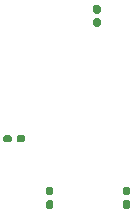
<source format=gbr>
%TF.GenerationSoftware,KiCad,Pcbnew,(5.1.10-1-10_14)*%
%TF.CreationDate,2021-08-18T14:47:54+08:00*%
%TF.ProjectId,jlinkob_hs,6a6c696e-6b6f-4625-9f68-732e6b696361,rev?*%
%TF.SameCoordinates,Original*%
%TF.FileFunction,Paste,Bot*%
%TF.FilePolarity,Positive*%
%FSLAX46Y46*%
G04 Gerber Fmt 4.6, Leading zero omitted, Abs format (unit mm)*
G04 Created by KiCad (PCBNEW (5.1.10-1-10_14)) date 2021-08-18 14:47:54*
%MOMM*%
%LPD*%
G01*
G04 APERTURE LIST*
G04 APERTURE END LIST*
%TO.C,C16*%
G36*
G01*
X123155000Y-79800000D02*
X122845000Y-79800000D01*
G75*
G02*
X122690000Y-79645000I0J155000D01*
G01*
X122690000Y-79220000D01*
G75*
G02*
X122845000Y-79065000I155000J0D01*
G01*
X123155000Y-79065000D01*
G75*
G02*
X123310000Y-79220000I0J-155000D01*
G01*
X123310000Y-79645000D01*
G75*
G02*
X123155000Y-79800000I-155000J0D01*
G01*
G37*
G36*
G01*
X123155000Y-80935000D02*
X122845000Y-80935000D01*
G75*
G02*
X122690000Y-80780000I0J155000D01*
G01*
X122690000Y-80355000D01*
G75*
G02*
X122845000Y-80200000I155000J0D01*
G01*
X123155000Y-80200000D01*
G75*
G02*
X123310000Y-80355000I0J-155000D01*
G01*
X123310000Y-80780000D01*
G75*
G02*
X123155000Y-80935000I-155000J0D01*
G01*
G37*
%TD*%
%TO.C,C15*%
G36*
G01*
X127155000Y-64400000D02*
X126845000Y-64400000D01*
G75*
G02*
X126690000Y-64245000I0J155000D01*
G01*
X126690000Y-63820000D01*
G75*
G02*
X126845000Y-63665000I155000J0D01*
G01*
X127155000Y-63665000D01*
G75*
G02*
X127310000Y-63820000I0J-155000D01*
G01*
X127310000Y-64245000D01*
G75*
G02*
X127155000Y-64400000I-155000J0D01*
G01*
G37*
G36*
G01*
X127155000Y-65535000D02*
X126845000Y-65535000D01*
G75*
G02*
X126690000Y-65380000I0J155000D01*
G01*
X126690000Y-64955000D01*
G75*
G02*
X126845000Y-64800000I155000J0D01*
G01*
X127155000Y-64800000D01*
G75*
G02*
X127310000Y-64955000I0J-155000D01*
G01*
X127310000Y-65380000D01*
G75*
G02*
X127155000Y-65535000I-155000J0D01*
G01*
G37*
%TD*%
%TO.C,C9*%
G36*
G01*
X120200000Y-75155000D02*
X120200000Y-74845000D01*
G75*
G02*
X120355000Y-74690000I155000J0D01*
G01*
X120780000Y-74690000D01*
G75*
G02*
X120935000Y-74845000I0J-155000D01*
G01*
X120935000Y-75155000D01*
G75*
G02*
X120780000Y-75310000I-155000J0D01*
G01*
X120355000Y-75310000D01*
G75*
G02*
X120200000Y-75155000I0J155000D01*
G01*
G37*
G36*
G01*
X119065000Y-75155000D02*
X119065000Y-74845000D01*
G75*
G02*
X119220000Y-74690000I155000J0D01*
G01*
X119645000Y-74690000D01*
G75*
G02*
X119800000Y-74845000I0J-155000D01*
G01*
X119800000Y-75155000D01*
G75*
G02*
X119645000Y-75310000I-155000J0D01*
G01*
X119220000Y-75310000D01*
G75*
G02*
X119065000Y-75155000I0J155000D01*
G01*
G37*
%TD*%
%TO.C,C8*%
G36*
G01*
X129655000Y-79800000D02*
X129345000Y-79800000D01*
G75*
G02*
X129190000Y-79645000I0J155000D01*
G01*
X129190000Y-79220000D01*
G75*
G02*
X129345000Y-79065000I155000J0D01*
G01*
X129655000Y-79065000D01*
G75*
G02*
X129810000Y-79220000I0J-155000D01*
G01*
X129810000Y-79645000D01*
G75*
G02*
X129655000Y-79800000I-155000J0D01*
G01*
G37*
G36*
G01*
X129655000Y-80935000D02*
X129345000Y-80935000D01*
G75*
G02*
X129190000Y-80780000I0J155000D01*
G01*
X129190000Y-80355000D01*
G75*
G02*
X129345000Y-80200000I155000J0D01*
G01*
X129655000Y-80200000D01*
G75*
G02*
X129810000Y-80355000I0J-155000D01*
G01*
X129810000Y-80780000D01*
G75*
G02*
X129655000Y-80935000I-155000J0D01*
G01*
G37*
%TD*%
M02*

</source>
